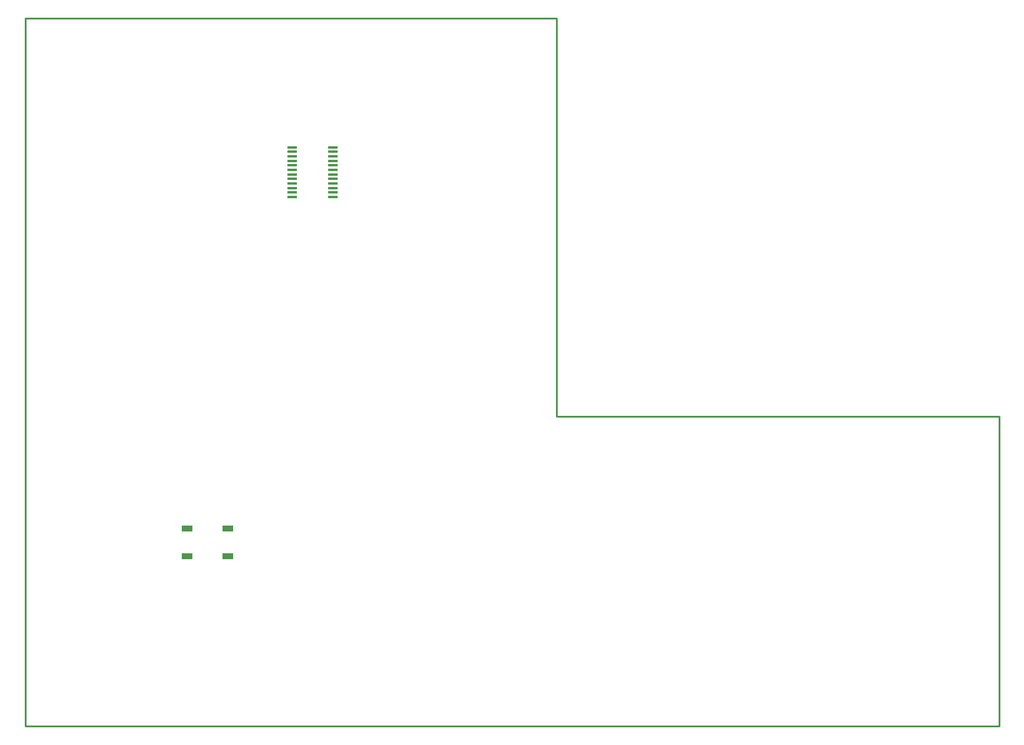
<source format=gtp>
*
*
G04 PADS 9.5 Build Number: 522968 generated Gerber (RS-274-X) file*
G04 PC Version=2.1*
*
%IN "ohm1.pcb"*%
*
%MOIN*%
*
%FSLAX35Y35*%
*
*
*
*
G04 PC Standard Apertures*
*
*
G04 Thermal Relief Aperture macro.*
%AMTER*
1,1,$1,0,0*
1,0,$1-$2,0,0*
21,0,$3,$4,0,0,45*
21,0,$3,$4,0,0,135*
%
*
*
G04 Annular Aperture macro.*
%AMANN*
1,1,$1,0,0*
1,0,$2,0,0*
%
*
*
G04 Odd Aperture macro.*
%AMODD*
1,1,$1,0,0*
1,0,$1-0.005,0,0*
%
*
*
G04 PC Custom Aperture Macros*
*
*
*
*
*
*
G04 PC Aperture Table*
*
%ADD010C,0.001*%
%ADD013C,0.01*%
%ADD139R,0.05709X0.01575*%
%ADD143R,0.06102X0.03346*%
*
*
*
*
G04 PC Circuitry*
G04 Layer Name ohm1.pcb - circuitry*
%LPD*%
*
*
G04 PC Custom Flashes*
G04 Layer Name ohm1.pcb - flashes*
%LPD*%
*
*
G04 PC Circuitry*
G04 Layer Name ohm1.pcb - circuitry*
%LPD*%
*
G54D10*
G54D13*
G01X100000Y100000D02*
Y500000D01*
X400000*
Y275000*
X650000*
Y100000*
X100000*
G54D139*
X250819Y427282D03*
Y424723D03*
Y422164D03*
Y419605D03*
Y417046D03*
Y414487D03*
Y411927D03*
Y409368D03*
Y406809D03*
Y404250D03*
Y401691D03*
Y399132D03*
X273851D03*
Y401691D03*
Y404250D03*
Y406809D03*
Y409368D03*
Y411927D03*
Y414487D03*
Y417046D03*
Y419605D03*
Y422164D03*
Y424723D03*
Y427282D03*
G54D143*
X214488Y195995D03*
Y211743D03*
X191260D03*
Y195995D03*
X0Y0D02*
M02*

</source>
